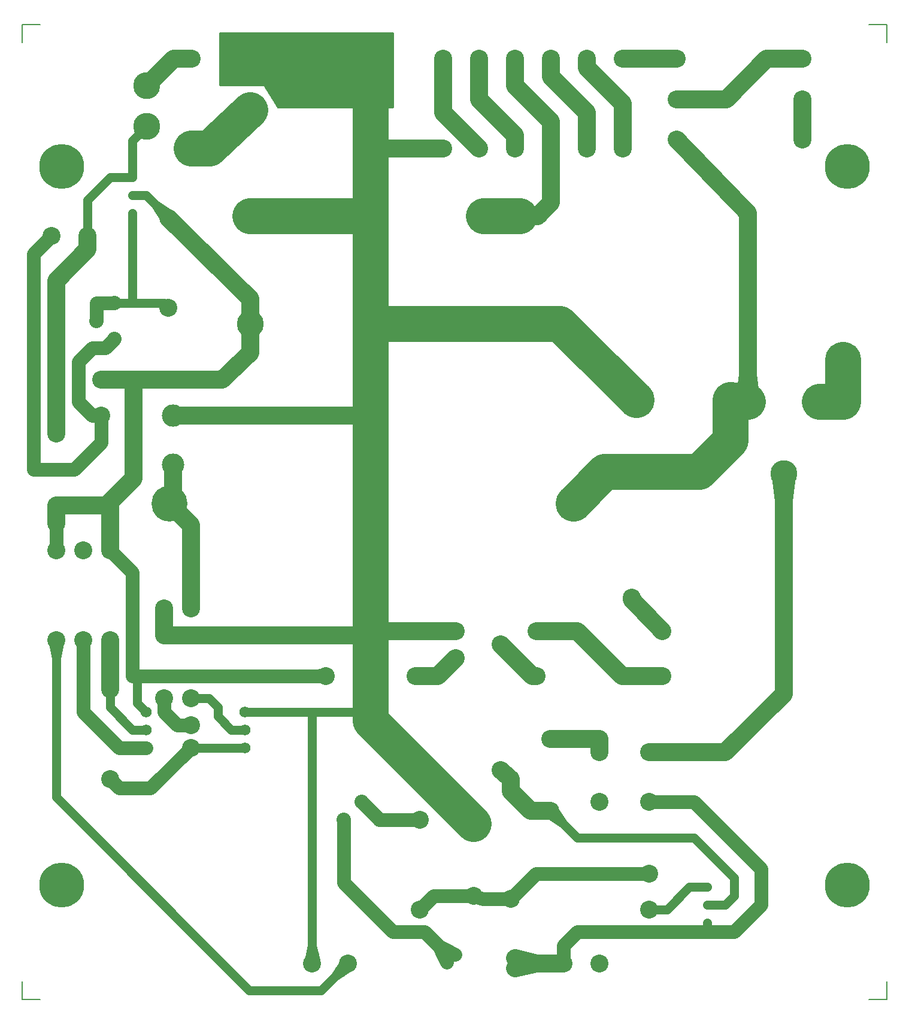
<source format=gbr>
G70*
%FSLAX43Y43*%
G04 Bils Pulser*
%LNKUPFERSEITE2*%
%ADD10C,0.005*%
%ADD11C,0.190*%
%ADD12C,0.100*%
%ADD13C,0.100*%
%ADD14C,0.150*%
%ADD15C,0.080*%
%ADD16C,0.200*%
%ADD17C,0.062*%
%ADD18C,0.080*%
%ADD19C,0.250*%
%ADD20C,0.075*%
%ADD21C,0.050*%
%ADD22C,0.100*%
%ADD23C,0.200*%
%ADD24C,0.010*%
%ADD25C,0.020*%
%ADD26C,0.025*%
%ADD27C,0.012*%
%ADD28C,0.110*%
%ADD29C,0.110*%
%ADD30C,0.160*%
%ADD31C,0.090*%
%ADD32C,0.210*%
%ADD33C,0.072*%
%ADD34C,0.090*%
%ADD35C,0.260*%
%ADD38C,0.185*%
%ADD39C,0.125*%
%ADD40C,0.135*%
%LPD*%
D10*
X22307Y18712D02*
X22407D01*
Y18612*
X17592D02*
Y18712D01*
X17692*
Y13287D02*
X17592D01*
Y13387*
X22407D02*
Y13287D01*
X22307*
D11*
X18862Y18237D03*
Y18487D03*
X19062Y18362D03*
D12*
X18532Y14812D03*
X18537Y18022D03*
X20987Y15522D03*
Y16222D03*
X18032Y16537D03*
X20807Y14387D03*
X21082D03*
Y14662D03*
X20107Y14262D03*
Y13862D03*
X21082Y13987D03*
Y13787D03*
X18532Y15462D03*
Y14962D03*
X18382Y15462D03*
Y14962D03*
X18082Y15287D03*
Y15787D03*
X17782Y15937D03*
X20937Y18022D03*
X20737D03*
X20537D03*
X20337D03*
X20137D03*
X19937D03*
X20457Y15337D03*
X21157D03*
X20457Y15087D03*
X21157D03*
X20257Y14562D03*
Y15262D03*
X20312Y13847D03*
Y14447D03*
X19807Y14287D03*
Y13787D03*
X20532Y14737D03*
Y14337D03*
X18407Y17137D03*
Y17637D03*
X20807Y13487D03*
X20007Y15187D03*
X19782Y15087D03*
X19282D03*
X18082Y14512D03*
Y15012D03*
X21237Y18522D03*
X21937D03*
X21237Y18297D03*
X21937D03*
Y18072D03*
X21237D03*
X20607Y13487D03*
X17932Y15787D03*
Y15287D03*
X19207Y13487D03*
X17757Y17537D03*
X19407Y13487D03*
X17782Y15287D03*
Y15787D03*
D13*
X18532Y14687D03*
X18537Y18522D03*
X18032Y16737D03*
X20807Y14662D03*
X17782Y16437D03*
X20937Y18522D03*
X20737D03*
X20537D03*
X20337D03*
X20137D03*
X19937D03*
X20007Y15337D03*
X17957Y17537D03*
D14*
X18287Y18372D03*
Y18147D03*
X21537Y16612D03*
X22127D03*
X21832Y16212D03*
X21632Y16612D03*
X22032D03*
X18862Y17047D03*
Y17647D03*
X20162D03*
X20362D03*
Y17047D03*
D15*
X18007Y17062D03*
X18107Y16962D03*
X19482Y14387D03*
X19382Y14287D03*
D16*
X18412Y16047D03*
X20662D03*
X22162Y16847D03*
X21012Y16622D03*
D17*
X18282Y14887D03*
Y14787D03*
Y14687D03*
X18832Y14887D03*
Y14787D03*
Y14687D03*
D18*
X18107Y17162D03*
X19582Y14287D03*
D19*
X22187Y17922D03*
X17812D03*
Y13922D03*
X22187D03*
D20*
X19912Y13582D02*
X20002Y13537D01*
X19919Y13575*
X19957Y13492*
X19912Y13582*
X19948Y13512D02*
X19947D01*
X19932Y13542D02*
Y13546D01*
Y13569D02*
Y13572D01*
X18107Y16962D02*
X18057Y16912D01*
X17982*
X17907Y16837*
Y16612*
X17982Y16537*
X18032*
Y16387*
X17882Y16237*
X17657*
Y17437*
X17757Y17537*
X21407Y13662D02*
X21557D01*
X21707Y13812*
Y14012*
X21332Y14387*
X21082*
X21407Y13662D02*
X20682D01*
X20607Y13587*
Y13487*
X19282Y15087D02*
X18207D01*
Y15662*
X18082Y15787*
X17782Y15937D02*
Y15787D01*
X18007Y17062D02*
Y17162D01*
X18107*
X19912Y13582D02*
X19832Y13662D01*
X19657*
X19382Y13937*
Y14287*
X18382Y14962D02*
Y14887D01*
X18457Y14812*
X18532*
X19482Y14387D02*
X19582Y14287D01*
X19807*
Y13787D02*
X19882Y13862D01*
X20107*
X20157Y13847*
X20312*
X20452Y13987*
X21082*
X18082Y14512D02*
X18132Y14462D01*
X18307*
X18532Y14687D02*
X18307Y14462D01*
X18282Y14687D02*
X18132D01*
X17932Y14887*
Y15287*
D21*
X19207Y13587D02*
X19225Y13505D01*
X19207Y13562*
X19189Y13505*
X19207Y13587*
X19218Y13537D02*
X19215D01*
X19199D02*
X19196D01*
X19207Y13587D02*
X19207D01*
Y13562D02*
Y13587D01*
X18336Y17708D02*
X18407Y17662D01*
X18354Y17690*
X18382Y17637*
X18336Y17708*
X18368Y17687D02*
X18360D01*
X18356D02*
X18350D01*
X18357Y17676D02*
Y17684D01*
Y17688D02*
Y17694D01*
X19182Y15087D02*
X19264Y15105D01*
X19207Y15087*
X19264Y15069*
X19182Y15087*
X19207D02*
X19182D01*
X19257Y15071D02*
Y15072D01*
Y15102D02*
Y15103D01*
X19207Y15082D02*
Y15087D01*
Y15092*
X20603Y14266D02*
X20532Y14312D01*
X20585Y14284*
X20557Y14337*
X20603Y14266*
X20589Y14287D02*
X20583D01*
X20579D02*
X20571D01*
X20557Y14337D02*
X20557D01*
X20557Y14296D02*
Y14299D01*
Y14337D02*
X20557D01*
X19336Y13416D02*
X19382Y13487D01*
X19354Y13434*
X19407Y13462*
X19336Y13416*
X19368Y13437D02*
X19360D01*
X19356D02*
X19350D01*
X19382Y13487D02*
X19382D01*
X19357Y13430D02*
Y13436D01*
Y13440D02*
Y13448D01*
X17782Y15187D02*
X17764Y15269D01*
X17782Y15212*
X17800Y15269*
X17782Y15187*
X17782*
X17793Y15237D02*
X17790D01*
X17774D02*
X17771D01*
X21407Y13662D02*
Y13712D01*
X18832Y14887D02*
X19532D01*
X19207D02*
Y13587D01*
X18207Y17862D02*
X18082D01*
X17957Y17737*
Y17537*
X18287Y18147D02*
X18207Y18067D01*
Y17862*
X18336Y17708D02*
X18282Y17762D01*
X18207*
X18282Y14887D02*
X18232Y14937D01*
Y15087*
X18082Y15012D02*
Y14912D01*
X18207Y14787*
X18282*
X18407Y17137D02*
X18382Y17162D01*
X18107*
X18207Y17662D02*
Y17162D01*
X18832Y14787D02*
X18757D01*
X18682Y14862*
Y14912*
X18632Y14962*
X18532*
X20603Y14266D02*
X20682Y14187D01*
X21332*
X21557Y13962*
Y13862*
X21507Y13812*
X21407*
Y13912D02*
X21307D01*
X21182Y13787*
X21082*
X18532Y14687D02*
X18832D01*
X19336Y13416D02*
X19257Y13337D01*
X18857*
X17782Y14412*
Y15187*
D22*
X20457Y13487D02*
X20334Y13460D01*
X20445Y13487*
X20334Y13514*
X20457Y13487*
X20445*
X20407Y13476D02*
Y13478D01*
Y13496D02*
Y13498D01*
X21832Y16062D02*
X21814Y16194D01*
X21832Y16087*
X21850Y16194*
X21832Y16062*
X21835Y16087D02*
X21832D01*
X21829*
X21849Y16187D02*
X21848D01*
X21816D02*
X21815D01*
X21632Y16762D02*
X21650Y16630D01*
X21632Y16737*
X21614Y16630*
X21632Y16762*
X21642Y16687D02*
X21640D01*
X21624D02*
X21622D01*
X19937Y18022D02*
X19532D01*
X20607Y13487D02*
X20457D01*
X19532Y16537D02*
X18432D01*
X19532Y15312D02*
X18382D01*
Y15462*
X20007Y15337D02*
X19532D01*
X18287Y18372D02*
X18437Y18522D01*
X18537*
X17782Y16437D02*
Y17287D01*
X17957Y17462*
Y17537D02*
Y17462D01*
X18407Y17637D02*
X18862Y17187D01*
Y17047*
X18032Y16737D02*
X18707D01*
X18862Y16887*
Y17047*
X18082Y16037D02*
X17782D01*
Y15937*
X18212Y16737D02*
Y16187D01*
X18082Y16057*
Y15787D02*
Y16057D01*
Y15012D02*
Y15287D01*
X21082Y14662D02*
X21507D01*
X21832Y14987*
Y16062*
X21237Y18072D02*
X21632Y17662D01*
Y16762*
X21157Y15337D02*
X20987Y15512D01*
Y15522*
X19937Y18522D02*
Y18222D01*
X20137Y18022*
X21157Y15087D02*
X20932D01*
X20682Y15337*
X20457*
X20257Y15262D02*
X20432Y15087D01*
X20457*
X20337Y18022D02*
Y18097D01*
X20137Y18297*
Y18522*
X20537Y18022D02*
Y17722D01*
X20462Y17647*
X20362D02*
X20462D01*
X20537Y18022D02*
Y18172D01*
X20337Y18372*
Y18522*
X20537D02*
Y18422D01*
X20737Y18222*
Y18022*
X20257Y14562D02*
X20312Y14512D01*
Y14447*
X20532Y14337D02*
X20422D01*
X20312Y14447*
X20937Y18022D02*
Y18272D01*
X20737Y18472*
Y18522*
X20532Y14737D02*
X20807D01*
Y14662*
X18532Y15462D02*
Y15927D01*
X18412Y16047*
X18432Y16262D02*
Y16047D01*
X18412*
X19782Y15087D02*
X19907D01*
X20007Y15187*
X21237Y18297D02*
X21512D01*
X21737Y18522*
X21937*
Y18297D02*
Y18072D01*
X20937Y18522D02*
X21237D01*
D23*
X20362Y17047D02*
X19532D01*
Y17647*
X18862*
X19062Y18362D02*
Y18487D01*
X18862*
X19532Y17647D02*
Y18362D01*
X19062*
X21012Y16622D02*
X20587Y17047D01*
X20362*
X19532Y16537D02*
Y17047D01*
X20107Y14262D02*
X19532Y14837D01*
Y15312*
Y16537*
X18862Y18237D02*
X18637Y18022D01*
X18537*
X22162Y16847D02*
Y16612D01*
X22032*
X21632D02*
X21537D01*
X20987Y16222D02*
X20837D01*
X20662Y16047*
X21632Y16612D02*
X21537Y16622D01*
Y16397*
X21362Y16222*
X20987*
X20362Y17647D02*
X20162D01*
D24*
X19657Y18667D02*
X18692D01*
Y18377*
X18940*
X19015Y18252*
X19657*
Y18667*
Y18660D02*
X18692D01*
X19657Y18652D02*
X18692D01*
X19657Y18644D02*
X18692D01*
X19657Y18636D02*
X18692D01*
X19657Y18628D02*
X18692D01*
X19657Y18620D02*
X18692D01*
X19657Y18612D02*
X18692D01*
X19657Y18604D02*
X18692D01*
X19657Y18596D02*
X18692D01*
X19657Y18588D02*
X18692D01*
X19657Y18580D02*
X18692D01*
X19657Y18572D02*
X18692D01*
X19657Y18564D02*
X18692D01*
X19657Y18556D02*
X18692D01*
X19657Y18548D02*
X18692D01*
X19657Y18540D02*
X18692D01*
X19657Y18532D02*
X18692D01*
X19657Y18524D02*
X18692D01*
X19657Y18516D02*
X18692D01*
X19657Y18508D02*
X18692D01*
X19657Y18500D02*
X18692D01*
X19657Y18492D02*
X18692D01*
X19657Y18484D02*
X18692D01*
X19657Y18476D02*
X18692D01*
X19657Y18468D02*
X18692D01*
X19657Y18460D02*
X18692D01*
X19657Y18452D02*
X18692D01*
X19657Y18444D02*
X18692D01*
X19657Y18436D02*
X18692D01*
X19657Y18428D02*
X18692D01*
X19657Y18420D02*
X18692D01*
X19657Y18412D02*
X18692D01*
X19657Y18404D02*
X18692D01*
X19657Y18396D02*
X18692D01*
X19657Y18388D02*
X18692D01*
X19657Y18380D02*
X18692D01*
X19657Y18372D02*
X18943D01*
X19657Y18364D02*
X18948D01*
X19657Y18356D02*
X18952D01*
X19657Y18348D02*
X18957D01*
X19657Y18340D02*
X18962D01*
X19657Y18332D02*
X18967D01*
X19657Y18324D02*
X18972D01*
X19657Y18316D02*
X18976D01*
X19657Y18308D02*
X18981D01*
X19657Y18300D02*
X18986D01*
X19657Y18292D02*
X18991D01*
X19657Y18284D02*
X18996D01*
X19657Y18276D02*
X19000D01*
X19657Y18268D02*
X19005D01*
X19657Y18260D02*
X19010D01*
D36*
X18207Y17662D03*
Y17762D03*
Y17862D03*
X21407Y13712D03*
Y13812D03*
Y13912D03*
D37*
X20307Y13487D03*
X20007D03*
X19707D03*
D39*
X18432Y16262D03*
Y16537D03*
X0Y0D02*
M02*

</source>
